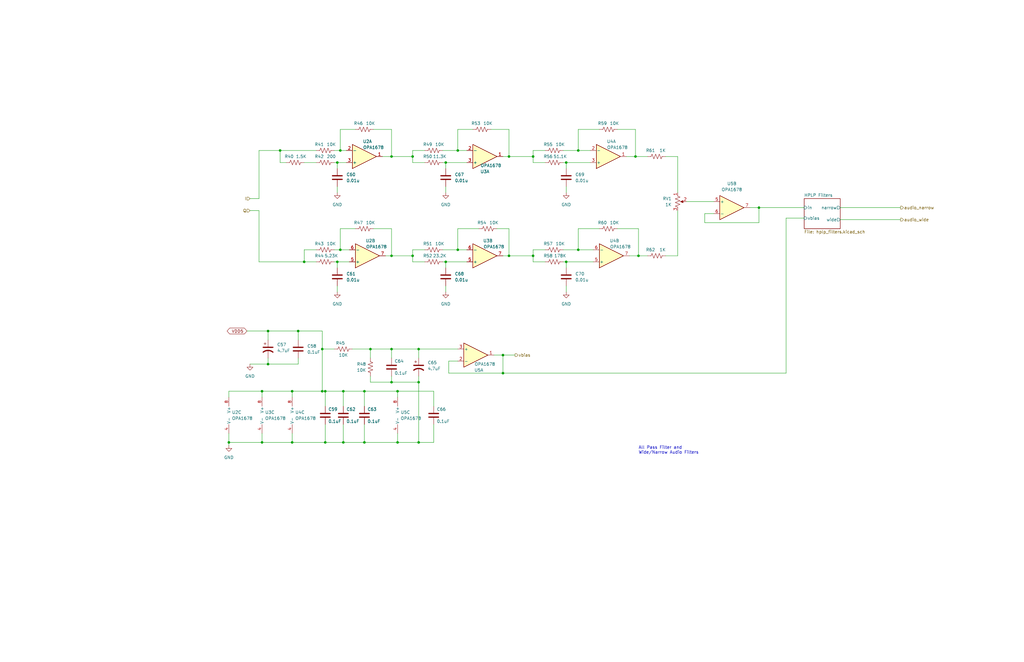
<source format=kicad_sch>
(kicad_sch (version 20230121) (generator eeschema)
  (paper "B")
  (lib_symbols
    (symbol "Amplifier_Operational:OPA1678" (pin_names (offset 0.127))
      (property "Reference" "U" (at 0 5.08 0))
      (property "Value" "OPA1678" (at 0 -5.08 0))
      (symbol "OPA1678_1_1"
        (polyline (pts (xy -5.08 5.08) (xy 5.08 0) (xy -5.08 -5.08) (xy -5.08 5.08)) (stroke (width 0.254)) (fill (type background)))
        (pin output line (at 7.62 0 180) (length 2.54) (name "~") (number "1"))
        (pin input line (at -7.62 -2.54 0) (length 2.54) (name "-") (number "2"))
        (pin input line (at -7.62 2.54 0) (length 2.54) (name "+") (number "3"))
      )
      (symbol "OPA1678_2_1"
        (polyline (pts (xy -5.08 5.08) (xy 5.08 0) (xy -5.08 -5.08) (xy -5.08 5.08)) (stroke (width 0.254)) (fill (type background)))
        (pin input line (at -7.62 2.54 0) (length 2.54) (name "+") (number "5"))
        (pin input line (at -7.62 -2.54 0) (length 2.54) (name "-") (number "6"))
        (pin output line (at 7.62 0 180) (length 2.54) (name "~") (number "7"))
      )
      (symbol "OPA1678_3_1"
        (pin power_in line (at -2.54 -7.62 90) (length 3.81) (name "V-") (number "4"))
        (pin power_in line (at -2.54 7.62 270) (length 3.81) (name "V+") (number "8"))
      )
    )
    (symbol "Device:C" (pin_numbers hide) (pin_names (offset 0.254))
      (property "Reference" "C" (at 0.635 2.54 0))
      (property "Value" "C" (at 0.635 -2.54 0))
      (symbol "C_0_1"
        (polyline (pts (xy -2.032 -0.762) (xy 2.032 -0.762)) (stroke (width 0.508)))
        (polyline (pts (xy -2.032 0.762) (xy 2.032 0.762)) (stroke (width 0.508)))
      )
      (symbol "C_1_1"
        (pin passive line (at 0 3.81 270) (length 2.794) (name "~") (number "1"))
        (pin passive line (at 0 -3.81 90) (length 2.794) (name "~") (number "2"))
      )
    )
    (symbol "Device:C_Polarized_US" (pin_numbers hide) (pin_names (offset 0.254) hide)
      (property "Reference" "C" (at 0.635 2.54 0))
      (property "Value" "C_Polarized_US" (at 0.635 -2.54 0))
      (symbol "C_Polarized_US_0_1"
        (polyline (pts (xy -2.032 0.762) (xy 2.032 0.762)) (stroke (width 0.508)))
        (polyline (pts (xy -1.778 2.286) (xy -0.762 2.286)))
        (polyline (pts (xy -1.27 1.778) (xy -1.27 2.794)))
        (arc (start 2.032 -1.27) (mid 0 -0.5572) (end -2.032 -1.27) (stroke (width 0.508)))
      )
      (symbol "C_Polarized_US_1_1"
        (pin passive line (at 0 3.81 270) (length 2.794) (name "~") (number "1"))
        (pin passive line (at 0 -3.81 90) (length 3.302) (name "~") (number "2"))
      )
    )
    (symbol "Device:R_Potentiometer_US" (pin_names (offset 1.016) hide)
      (property "Reference" "RV" (at -4.445 0 90))
      (property "Value" "R_Potentiometer_US" (at -2.54 0 90))
      (symbol "R_Potentiometer_US_0_1"
        (polyline (pts (xy 0 -2.286) (xy 0 -2.54)))
        (polyline (pts (xy 0 2.54) (xy 0 2.286)))
        (polyline (pts (xy 2.54 0) (xy 1.524 0)))
        (polyline (pts (xy 1.143 0) (xy 2.286 0.508) (xy 2.286 -0.508) (xy 1.143 0)) (fill (type outline)))
        (polyline (pts (xy 0 -0.762) (xy 1.016 -1.143) (xy 0 -1.524) (xy -1.016 -1.905) (xy 0 -2.286)))
        (polyline (pts (xy 0 0.762) (xy 1.016 0.381) (xy 0 0) (xy -1.016 -0.381) (xy 0 -0.762)))
        (polyline (pts (xy 0 2.286) (xy 1.016 1.905) (xy 0 1.524) (xy -1.016 1.143) (xy 0 0.762)))
      )
      (symbol "R_Potentiometer_US_1_1"
        (pin passive line (at 0 3.81 270) (length 1.27) (name "1") (number "1"))
        (pin passive line (at 3.81 0 180) (length 1.27) (name "2") (number "2"))
        (pin passive line (at 0 -3.81 90) (length 1.27) (name "3") (number "3"))
      )
    )
    (symbol "Device:R_US" (pin_numbers hide) (pin_names (offset 0))
      (property "Reference" "R" (at 2.54 0 90))
      (property "Value" "R_US" (at -2.54 0 90))
      (symbol "R_US_0_1"
        (polyline (pts (xy 0 -2.286) (xy 0 -2.54)))
        (polyline (pts (xy 0 2.286) (xy 0 2.54)))
        (polyline (pts (xy 0 -0.762) (xy 1.016 -1.143) (xy 0 -1.524) (xy -1.016 -1.905) (xy 0 -2.286)))
        (polyline (pts (xy 0 0.762) (xy 1.016 0.381) (xy 0 0) (xy -1.016 -0.381) (xy 0 -0.762)))
        (polyline (pts (xy 0 2.286) (xy 1.016 1.905) (xy 0 1.524) (xy -1.016 1.143) (xy 0 0.762)))
      )
      (symbol "R_US_1_1"
        (pin passive line (at 0 3.81 270) (length 1.27) (name "~") (number "1"))
        (pin passive line (at 0 -3.81 90) (length 1.27) (name "~") (number "2"))
      )
    )
    (symbol "power:GND" (power) (pin_names (offset 0))
      (property "Value" "GND" (at 0 -3.81 0))
      (symbol "GND_0_1"
        (polyline (pts (xy 0 0) (xy 0 -1.27) (xy 1.27 -1.27) (xy 0 -2.54) (xy -1.27 -1.27) (xy 0 -1.27)))
      )
      (symbol "GND_1_1"
        (pin power_in line (at 0 0 270) (length 0) hide (name "GND") (number "1"))
      )
    )
  )
  (junction (at 214.63 107.95))
  (junction (at 143.51 63.5))
  (junction (at 153.67 165.1))
  (junction (at 135.89 165.1))
  (junction (at 125.73 139.7))
  (junction (at 214.63 66.04))
  (junction (at 212.09 157.48))
  (junction (at 113.03 153.67))
  (junction (at 269.24 107.95))
  (junction (at 165.1 147.32))
  (junction (at 193.04 105.41))
  (junction (at 142.24 68.58))
  (junction (at 165.1 107.95))
  (junction (at 118.11 63.5))
  (junction (at 238.76 110.49))
  (junction (at 142.24 110.49))
  (junction (at 113.03 139.7))
  (junction (at 144.78 186.69))
  (junction (at 176.53 147.32))
  (junction (at 123.19 186.69))
  (junction (at 143.51 105.41))
  (junction (at 212.09 149.86))
  (junction (at 110.49 186.69))
  (junction (at 144.78 165.1))
  (junction (at 193.04 63.5))
  (junction (at 110.49 165.1))
  (junction (at 238.76 68.58))
  (junction (at 167.64 165.1))
  (junction (at 167.64 186.69))
  (junction (at 137.16 186.69))
  (junction (at 224.79 66.04))
  (junction (at 267.97 66.04))
  (junction (at 187.96 110.49))
  (junction (at 137.16 165.1))
  (junction (at 128.27 110.49))
  (junction (at 176.53 186.69))
  (junction (at 135.89 147.32))
  (junction (at 165.1 66.04))
  (junction (at 224.79 107.95))
  (junction (at 187.96 68.58))
  (junction (at 243.84 105.41))
  (junction (at 153.67 186.69))
  (junction (at 123.19 165.1))
  (junction (at 320.04 87.63))
  (junction (at 173.99 66.04))
  (junction (at 165.1 161.29))
  (junction (at 243.84 63.5))
  (junction (at 156.21 147.32))
  (junction (at 176.53 161.29))
  (junction (at 96.52 186.69))
  (junction (at 173.99 107.95))
  (wire (pts (xy 214.63 96.52) (xy 214.63 107.95)))
  (wire (pts (xy 173.99 68.58) (xy 179.07 68.58)))
  (wire (pts (xy 237.49 63.5) (xy 243.84 63.5)))
  (wire (pts (xy 157.48 96.52) (xy 165.1 96.52)))
  (wire (pts (xy 265.43 107.95) (xy 269.24 107.95)))
  (wire (pts (xy 331.47 157.48) (xy 212.09 157.48)))
  (wire (pts (xy 165.1 161.29) (xy 176.53 161.29)))
  (wire (pts (xy 186.69 110.49) (xy 187.96 110.49)))
  (wire (pts (xy 110.49 186.69) (xy 96.52 186.69)))
  (wire (pts (xy 243.84 105.41) (xy 250.19 105.41)))
  (wire (pts (xy 280.67 66.04) (xy 285.75 66.04)))
  (wire (pts (xy 243.84 54.61) (xy 252.73 54.61)))
  (wire (pts (xy 187.96 68.58) (xy 196.85 68.58)))
  (wire (pts (xy 297.18 90.17) (xy 297.18 93.98)))
  (wire (pts (xy 110.49 165.1) (xy 123.19 165.1)))
  (wire (pts (xy 113.03 151.13) (xy 113.03 153.67)))
  (wire (pts (xy 135.89 165.1) (xy 137.16 165.1)))
  (wire (pts (xy 260.35 96.52) (xy 269.24 96.52)))
  (wire (pts (xy 193.04 63.5) (xy 196.85 63.5)))
  (wire (pts (xy 144.78 179.07) (xy 144.78 186.69)))
  (wire (pts (xy 214.63 107.95) (xy 212.09 107.95)))
  (wire (pts (xy 212.09 157.48) (xy 212.09 149.86)))
  (wire (pts (xy 173.99 110.49) (xy 179.07 110.49)))
  (wire (pts (xy 110.49 182.88) (xy 110.49 186.69)))
  (wire (pts (xy 137.16 179.07) (xy 137.16 186.69)))
  (wire (pts (xy 297.18 93.98) (xy 320.04 93.98)))
  (wire (pts (xy 143.51 54.61) (xy 143.51 63.5)))
  (wire (pts (xy 128.27 105.41) (xy 133.35 105.41)))
  (wire (pts (xy 176.53 161.29) (xy 176.53 186.69)))
  (wire (pts (xy 105.41 88.9) (xy 109.22 88.9)))
  (wire (pts (xy 193.04 152.4) (xy 189.23 152.4)))
  (wire (pts (xy 135.89 147.32) (xy 140.97 147.32)))
  (wire (pts (xy 140.97 63.5) (xy 143.51 63.5)))
  (wire (pts (xy 142.24 68.58) (xy 142.24 71.12)))
  (wire (pts (xy 157.48 54.61) (xy 165.1 54.61)))
  (wire (pts (xy 199.39 54.61) (xy 193.04 54.61)))
  (wire (pts (xy 320.04 87.63) (xy 316.23 87.63)))
  (wire (pts (xy 260.35 54.61) (xy 267.97 54.61)))
  (wire (pts (xy 109.22 63.5) (xy 118.11 63.5)))
  (wire (pts (xy 238.76 120.65) (xy 238.76 123.19)))
  (wire (pts (xy 173.99 63.5) (xy 179.07 63.5)))
  (wire (pts (xy 153.67 165.1) (xy 153.67 171.45)))
  (wire (pts (xy 125.73 139.7) (xy 135.89 139.7)))
  (wire (pts (xy 162.56 107.95) (xy 165.1 107.95)))
  (wire (pts (xy 285.75 107.95) (xy 285.75 88.9)))
  (wire (pts (xy 142.24 110.49) (xy 147.32 110.49)))
  (wire (pts (xy 118.11 63.5) (xy 133.35 63.5)))
  (wire (pts (xy 173.99 105.41) (xy 179.07 105.41)))
  (wire (pts (xy 224.79 63.5) (xy 224.79 66.04)))
  (wire (pts (xy 189.23 152.4) (xy 189.23 157.48)))
  (wire (pts (xy 105.41 83.82) (xy 109.22 83.82)))
  (wire (pts (xy 238.76 68.58) (xy 248.92 68.58)))
  (wire (pts (xy 96.52 186.69) (xy 96.52 187.96)))
  (wire (pts (xy 149.86 96.52) (xy 143.51 96.52)))
  (wire (pts (xy 269.24 107.95) (xy 269.24 96.52)))
  (wire (pts (xy 137.16 165.1) (xy 144.78 165.1)))
  (wire (pts (xy 243.84 96.52) (xy 243.84 105.41)))
  (wire (pts (xy 123.19 182.88) (xy 123.19 186.69)))
  (wire (pts (xy 144.78 165.1) (xy 144.78 171.45)))
  (wire (pts (xy 193.04 105.41) (xy 196.85 105.41)))
  (wire (pts (xy 143.51 105.41) (xy 147.32 105.41)))
  (wire (pts (xy 224.79 105.41) (xy 229.87 105.41)))
  (wire (pts (xy 125.73 139.7) (xy 125.73 143.51)))
  (wire (pts (xy 123.19 186.69) (xy 110.49 186.69)))
  (wire (pts (xy 96.52 165.1) (xy 110.49 165.1)))
  (wire (pts (xy 320.04 93.98) (xy 320.04 87.63)))
  (wire (pts (xy 165.1 54.61) (xy 165.1 66.04)))
  (wire (pts (xy 128.27 110.49) (xy 133.35 110.49)))
  (wire (pts (xy 176.53 147.32) (xy 193.04 147.32)))
  (wire (pts (xy 144.78 165.1) (xy 153.67 165.1)))
  (wire (pts (xy 142.24 68.58) (xy 146.05 68.58)))
  (wire (pts (xy 104.14 139.7) (xy 113.03 139.7)))
  (wire (pts (xy 238.76 110.49) (xy 238.76 113.03)))
  (wire (pts (xy 176.53 147.32) (xy 176.53 151.13)))
  (wire (pts (xy 173.99 66.04) (xy 173.99 68.58)))
  (wire (pts (xy 331.47 92.075) (xy 331.47 157.48)))
  (wire (pts (xy 173.99 105.41) (xy 173.99 107.95)))
  (wire (pts (xy 109.22 110.49) (xy 128.27 110.49)))
  (wire (pts (xy 224.79 63.5) (xy 229.87 63.5)))
  (wire (pts (xy 237.49 68.58) (xy 238.76 68.58)))
  (wire (pts (xy 165.1 66.04) (xy 173.99 66.04)))
  (wire (pts (xy 354.33 92.71) (xy 379.73 92.71)))
  (wire (pts (xy 193.04 96.52) (xy 201.93 96.52)))
  (wire (pts (xy 207.01 54.61) (xy 214.63 54.61)))
  (wire (pts (xy 140.97 105.41) (xy 143.51 105.41)))
  (wire (pts (xy 186.69 105.41) (xy 193.04 105.41)))
  (wire (pts (xy 153.67 179.07) (xy 153.67 186.69)))
  (wire (pts (xy 224.79 105.41) (xy 224.79 107.95)))
  (wire (pts (xy 165.1 107.95) (xy 173.99 107.95)))
  (wire (pts (xy 238.76 78.74) (xy 238.76 81.28)))
  (wire (pts (xy 143.51 63.5) (xy 146.05 63.5)))
  (wire (pts (xy 187.96 110.49) (xy 187.96 113.03)))
  (wire (pts (xy 113.03 139.7) (xy 125.73 139.7)))
  (wire (pts (xy 187.96 120.65) (xy 187.96 123.19)))
  (wire (pts (xy 212.09 149.86) (xy 217.17 149.86)))
  (wire (pts (xy 187.96 110.49) (xy 196.85 110.49)))
  (wire (pts (xy 214.63 54.61) (xy 214.63 66.04)))
  (wire (pts (xy 128.27 105.41) (xy 128.27 110.49)))
  (wire (pts (xy 212.09 149.86) (xy 208.28 149.86)))
  (wire (pts (xy 120.65 68.58) (xy 118.11 68.58)))
  (wire (pts (xy 156.21 147.32) (xy 156.21 151.13)))
  (wire (pts (xy 123.19 165.1) (xy 135.89 165.1)))
  (wire (pts (xy 125.73 151.13) (xy 125.73 153.67)))
  (wire (pts (xy 214.63 107.95) (xy 224.79 107.95)))
  (wire (pts (xy 137.16 186.69) (xy 144.78 186.69)))
  (wire (pts (xy 238.76 68.58) (xy 238.76 71.12)))
  (wire (pts (xy 137.16 165.1) (xy 137.16 171.45)))
  (wire (pts (xy 156.21 147.32) (xy 165.1 147.32)))
  (wire (pts (xy 354.33 87.63) (xy 379.73 87.63)))
  (wire (pts (xy 193.04 54.61) (xy 193.04 63.5)))
  (wire (pts (xy 167.64 182.88) (xy 167.64 186.69)))
  (wire (pts (xy 113.03 153.67) (xy 105.41 153.67)))
  (wire (pts (xy 173.99 63.5) (xy 173.99 66.04)))
  (wire (pts (xy 238.76 110.49) (xy 250.19 110.49)))
  (wire (pts (xy 214.63 66.04) (xy 212.09 66.04)))
  (wire (pts (xy 167.64 165.1) (xy 153.67 165.1)))
  (wire (pts (xy 165.1 147.32) (xy 165.1 151.13)))
  (wire (pts (xy 165.1 107.95) (xy 165.1 96.52)))
  (wire (pts (xy 144.78 186.69) (xy 153.67 186.69)))
  (wire (pts (xy 113.03 139.7) (xy 113.03 143.51)))
  (wire (pts (xy 149.86 54.61) (xy 143.51 54.61)))
  (wire (pts (xy 128.27 68.58) (xy 133.35 68.58)))
  (wire (pts (xy 165.1 158.75) (xy 165.1 161.29)))
  (wire (pts (xy 320.04 87.63) (xy 339.09 87.63)))
  (wire (pts (xy 165.1 66.04) (xy 161.29 66.04)))
  (wire (pts (xy 189.23 157.48) (xy 212.09 157.48)))
  (wire (pts (xy 165.1 147.32) (xy 176.53 147.32)))
  (wire (pts (xy 224.79 110.49) (xy 229.87 110.49)))
  (wire (pts (xy 123.19 186.69) (xy 137.16 186.69)))
  (wire (pts (xy 156.21 161.29) (xy 165.1 161.29)))
  (wire (pts (xy 264.16 66.04) (xy 267.97 66.04)))
  (wire (pts (xy 237.49 110.49) (xy 238.76 110.49)))
  (wire (pts (xy 224.79 107.95) (xy 224.79 110.49)))
  (wire (pts (xy 186.69 63.5) (xy 193.04 63.5)))
  (wire (pts (xy 109.22 88.9) (xy 109.22 110.49)))
  (wire (pts (xy 224.79 68.58) (xy 229.87 68.58)))
  (wire (pts (xy 142.24 120.65) (xy 142.24 123.19)))
  (wire (pts (xy 142.24 78.74) (xy 142.24 81.28)))
  (wire (pts (xy 339.09 92.075) (xy 331.47 92.075)))
  (wire (pts (xy 237.49 105.41) (xy 243.84 105.41)))
  (wire (pts (xy 243.84 54.61) (xy 243.84 63.5)))
  (wire (pts (xy 140.97 110.49) (xy 142.24 110.49)))
  (wire (pts (xy 267.97 66.04) (xy 273.05 66.04)))
  (wire (pts (xy 156.21 158.75) (xy 156.21 161.29)))
  (wire (pts (xy 300.99 90.17) (xy 297.18 90.17)))
  (wire (pts (xy 176.53 158.75) (xy 176.53 161.29)))
  (wire (pts (xy 187.96 68.58) (xy 187.96 71.12)))
  (wire (pts (xy 267.97 66.04) (xy 267.97 54.61)))
  (wire (pts (xy 182.88 165.1) (xy 167.64 165.1)))
  (wire (pts (xy 167.64 186.69) (xy 153.67 186.69)))
  (wire (pts (xy 182.88 179.07) (xy 182.88 186.69)))
  (wire (pts (xy 142.24 110.49) (xy 142.24 113.03)))
  (wire (pts (xy 135.89 139.7) (xy 135.89 147.32)))
  (wire (pts (xy 143.51 96.52) (xy 143.51 105.41)))
  (wire (pts (xy 123.19 165.1) (xy 123.19 167.64)))
  (wire (pts (xy 182.88 171.45) (xy 182.88 165.1)))
  (wire (pts (xy 182.88 186.69) (xy 176.53 186.69)))
  (wire (pts (xy 110.49 165.1) (xy 110.49 167.64)))
  (wire (pts (xy 125.73 153.67) (xy 113.03 153.67)))
  (wire (pts (xy 209.55 96.52) (xy 214.63 96.52)))
  (wire (pts (xy 285.75 66.04) (xy 285.75 81.28)))
  (wire (pts (xy 173.99 107.95) (xy 173.99 110.49)))
  (wire (pts (xy 187.96 78.74) (xy 187.96 81.28)))
  (wire (pts (xy 193.04 96.52) (xy 193.04 105.41)))
  (wire (pts (xy 224.79 66.04) (xy 224.79 68.58)))
  (wire (pts (xy 118.11 68.58) (xy 118.11 63.5)))
  (wire (pts (xy 140.97 68.58) (xy 142.24 68.58)))
  (wire (pts (xy 96.52 182.88) (xy 96.52 186.69)))
  (wire (pts (xy 176.53 186.69) (xy 167.64 186.69)))
  (wire (pts (xy 289.56 85.09) (xy 300.99 85.09)))
  (wire (pts (xy 243.84 96.52) (xy 252.73 96.52)))
  (wire (pts (xy 96.52 167.64) (xy 96.52 165.1)))
  (wire (pts (xy 214.63 66.04) (xy 224.79 66.04)))
  (wire (pts (xy 167.64 167.64) (xy 167.64 165.1)))
  (wire (pts (xy 109.22 83.82) (xy 109.22 63.5)))
  (wire (pts (xy 280.67 107.95) (xy 285.75 107.95)))
  (wire (pts (xy 269.24 107.95) (xy 273.05 107.95)))
  (wire (pts (xy 135.89 147.32) (xy 135.89 165.1)))
  (wire (pts (xy 186.69 68.58) (xy 187.96 68.58)))
  (wire (pts (xy 243.84 63.5) (xy 248.92 63.5)))
  (wire (pts (xy 148.59 147.32) (xy 156.21 147.32)))
  (text "All Pass Filter and\nWide/Narrow Audio Filters" (at 269.24 191.77 0) (effects (font (size 1.27 1.27)) (justify left bottom)))
  (global_label "VDD5" (shape bidirectional) (at 104.14 139.7 180) (property "Intersheetrefs" "${INTERSHEET_REFS}" (at 95.5263 139.7 0) (effects (justify right))))
  (hierarchical_label "audio_wide" (shape output) (at 379.73 92.71 0))
  (hierarchical_label "Q" (shape input) (at 105.41 88.9 180))
  (hierarchical_label "vbias" (shape output) (at 217.17 149.86 0))
  (hierarchical_label "I" (shape input) (at 105.41 83.82 180))
  (hierarchical_label "audio_narrow" (shape output) (at 379.73 87.63 0))
  (symbol (lib_id "Device:C") (at 187.96 116.84 0) (unit 1)
    (property "Reference" "C68" (at 191.77 115.5699 0) (effects (justify left)))
    (property "Value" "0.01u" (at 191.77 118.1099 0) (effects (justify left)))
    (property "Footprint" "Capacitor_SMD:C_0603_1608Metric_Pad1.08x0.95mm_HandSolder" (effects hide))
    (instances (project "fieldRadio" (path "" (reference "C68") (unit 1))) (project "" (path "" (reference "C12") (unit 1))))
  )
  (symbol (lib_id "Amplifier_Operational:OPA1678") (at 308.61 87.63 0) (unit 2)
    (property "Reference" "U5" (at 308.61 77.47 0))
    (property "Value" "OPA1678" (at 308.61 80.01 0))
    (property "Footprint" "Package_SO:SOIC-8_3.9x4.9mm_P1.27mm" (effects hide))
    (property "Datasheet" "http://www.ti.com/lit/ds/symlink/opa1678.pdf" (effects hide))
    (instances (project "fieldRadio" (path "" (reference "U5") (unit 2))) (project "" (path "" (reference "U4") (unit 2))))
  )
  (symbol (lib_id "Device:R_US") (at 276.86 66.04 90) (unit 1)
    (property "Reference" "R61" (at 274.32 63.5 90))
    (property "Value" "1K" (at 279.4 63.5 90))
    (property "Footprint" "Resistor_SMD:R_0603_1608Metric_Pad0.98x0.95mm_HandSolder" (effects hide))
    (instances (project "fieldRadio" (path "" (reference "R61") (unit 1))) (project "" (path "" (reference "R22") (unit 1))))
  )
  (symbol (lib_id "power:GND") (at 142.24 123.19 0) (unit 1)
    (property "Reference" "#PWR023" (effects hide))
    (property "Value" "GND" (at 142.24 128.27 0))
    (instances (project "fieldRadio" (path "" (reference "#PWR023") (unit 1))) (project "" (path "" (reference "#PWR05") (unit 1))))
  )
  (symbol (lib_id "power:GND") (at 187.96 123.19 0) (unit 1)
    (property "Reference" "#PWR025" (effects hide))
    (property "Value" "GND" (at 187.96 128.27 0))
    (instances (project "fieldRadio" (path "" (reference "#PWR025") (unit 1))) (project "" (path "" (reference "#PWR07") (unit 1))))
  )
  (symbol (lib_id "Device:R_US") (at 203.2 54.61 90) (unit 1)
    (property "Reference" "R53" (at 200.66 52.07 90))
    (property "Value" "10K" (at 205.74 52.07 90))
    (property "Footprint" "Resistor_SMD:R_0603_1608Metric_Pad0.98x0.95mm_HandSolder" (effects hide))
    (instances (project "fieldRadio" (path "" (reference "R53") (unit 1))) (project "" (path "" (reference "R14") (unit 1))))
  )
  (symbol (lib_id "Amplifier_Operational:OPA1678") (at 113.03 175.26 0) (unit 3)
    (property "Reference" "U3" (at 111.76 173.9899 0) (effects (justify left)))
    (property "Value" "OPA1678" (at 111.76 176.5299 0) (effects (justify left)))
    (property "Datasheet" "http://www.ti.com/lit/ds/symlink/opa1678.pdf" (effects hide))
    (instances (project "fieldRadio" (path "" (reference "U3") (unit 3))) (project "" (path "" (reference "U2") (unit 3))))
  )
  (symbol (lib_id "Device:C") (at 142.24 74.93 0) (unit 1)
    (property "Reference" "C60" (at 146.05 73.6599 0) (effects (justify left)))
    (property "Value" "0.01u" (at 146.05 76.1999 0) (effects (justify left)))
    (property "Footprint" "Capacitor_SMD:C_0603_1608Metric_Pad1.08x0.95mm_HandSolder" (effects hide))
    (instances (project "fieldRadio" (path "" (reference "C60") (unit 1))) (project "" (path "" (reference "C4") (unit 1))))
  )
  (symbol (lib_id "Device:R_Potentiometer_US") (at 285.75 85.09 0) (unit 1)
    (property "Reference" "RV1" (at 283.21 83.8199 0) (effects (justify right)))
    (property "Value" "1K" (at 283.21 86.3599 0) (effects (justify right)))
    (property "Footprint" "Potentiometer_THT:Potentiometer_Bourns_3296W_Vertical" (effects hide))
  )
  (symbol (lib_id "Amplifier_Operational:OPA1678") (at 170.18 175.26 0) (unit 3)
    (property "Reference" "U5" (at 168.91 173.9899 0) (effects (justify left)))
    (property "Value" "OPA1678" (at 168.91 176.5299 0) (effects (justify left)))
    (property "Datasheet" "http://www.ti.com/lit/ds/symlink/opa1678.pdf" (effects hide))
    (instances (project "fieldRadio" (path "" (reference "U5") (unit 3))) (project "" (path "" (reference "U4") (unit 3))))
  )
  (symbol (lib_id "Amplifier_Operational:OPA1678") (at 99.06 175.26 0) (unit 3)
    (property "Reference" "U2" (at 97.79 173.9899 0) (effects (justify left)))
    (property "Value" "OPA1678" (at 97.79 176.5299 0) (effects (justify left)))
    (property "Datasheet" "http://www.ti.com/lit/ds/symlink/opa1678.pdf" (effects hide))
    (instances (project "fieldRadio" (path "" (reference "U2") (unit 3))) (project "" (path "" (reference "U1") (unit 3))))
  )
  (symbol (lib_id "Amplifier_Operational:OPA1678") (at 154.94 107.95 0) (mirror x) (unit 2)
    (property "Reference" "U2" (at 156.21 101.6 0))
    (property "Value" "OPA1678" (at 158.75 104.14 0))
    (property "Footprint" "Package_SO:SOIC-8_3.9x4.9mm_P1.27mm" (effects hide))
    (property "Datasheet" "http://www.ti.com/lit/ds/symlink/opa1678.pdf" (effects hide))
    (instances (project "fieldRadio" (path "" (reference "U2") (unit 2))) (project "" (path "" (reference "U1") (unit 2))))
  )
  (symbol (lib_id "Amplifier_Operational:OPA1678") (at 256.54 66.04 0) (mirror x) (unit 1)
    (property "Reference" "U4" (at 257.81 59.69 0))
    (property "Value" "OPA1678" (at 260.35 62.23 0))
    (property "Footprint" "Package_SO:SOIC-8_3.9x4.9mm_P1.27mm" (effects hide))
    (property "Datasheet" "http://www.ti.com/lit/ds/symlink/opa1678.pdf" (effects hide))
    (instances (project "fieldRadio" (path "" (reference "U4") (unit 1))) (project "" (path "" (reference "U3") (unit 1))))
  )
  (symbol (lib_id "Device:C") (at 125.73 147.32 0) (unit 1)
    (property "Reference" "C58" (at 129.54 146.0499 0) (effects (justify left)))
    (property "Value" "0.1uF" (at 129.54 148.5899 0) (effects (justify left)))
    (property "Footprint" "Capacitor_SMD:C_0603_1608Metric_Pad1.08x0.95mm_HandSolder" (effects hide))
    (instances (project "fieldRadio" (path "" (reference "C58") (unit 1))) (project "" (path "" (reference "C2") (unit 1))))
  )
  (symbol (lib_id "Amplifier_Operational:OPA1678") (at 125.73 175.26 0) (unit 3)
    (property "Reference" "U4" (at 124.46 173.9899 0) (effects (justify left)))
    (property "Value" "OPA1678" (at 124.46 176.5299 0) (effects (justify left)))
    (property "Datasheet" "http://www.ti.com/lit/ds/symlink/opa1678.pdf" (effects hide))
    (instances (project "fieldRadio" (path "" (reference "U4") (unit 3))) (project "" (path "" (reference "U3") (unit 3))))
  )
  (symbol (lib_id "Device:R_US") (at 182.88 105.41 90) (unit 1)
    (property "Reference" "R51" (at 180.34 102.87 90))
    (property "Value" "10K" (at 185.42 102.87 90))
    (property "Footprint" "Resistor_SMD:R_0603_1608Metric_Pad0.98x0.95mm_HandSolder" (effects hide))
    (instances (project "fieldRadio" (path "" (reference "R51") (unit 1))) (project "" (path "" (reference "R12") (unit 1))))
  )
  (symbol (lib_id "Device:R_US") (at 137.16 63.5 90) (unit 1)
    (property "Reference" "R41" (at 134.62 60.96 90))
    (property "Value" "10K" (at 139.7 60.96 90))
    (property "Footprint" "Resistor_SMD:R_0603_1608Metric_Pad0.98x0.95mm_HandSolder" (effects hide))
    (instances (project "fieldRadio" (path "" (reference "R41") (unit 1))) (project "" (path "" (reference "R2") (unit 1))))
  )
  (symbol (lib_id "Device:R_US") (at 137.16 110.49 90) (unit 1)
    (property "Reference" "R44" (at 134.62 107.95 90))
    (property "Value" "5.23K" (at 139.7 107.95 90))
    (property "Footprint" "Resistor_SMD:R_0603_1608Metric_Pad0.98x0.95mm_HandSolder" (effects hide))
    (instances (project "fieldRadio" (path "" (reference "R44") (unit 1))) (project "" (path "" (reference "R5") (unit 1))))
  )
  (symbol (lib_id "Device:C") (at 153.67 175.26 0) (unit 1)
    (property "Reference" "C63" (at 154.94 172.72 0) (effects (justify left)))
    (property "Value" "0.1uF" (at 154.94 177.8 0) (effects (justify left)))
    (property "Footprint" "Capacitor_SMD:C_0603_1608Metric_Pad1.08x0.95mm_HandSolder" (effects hide))
    (instances (project "fieldRadio" (path "" (reference "C63") (unit 1))) (project "" (path "" (reference "C7") (unit 1))))
  )
  (symbol (lib_id "Device:C") (at 137.16 175.26 0) (unit 1)
    (property "Reference" "C59" (at 138.43 172.72 0) (effects (justify left)))
    (property "Value" "0.1uF" (at 138.43 177.8 0) (effects (justify left)))
    (property "Footprint" "Capacitor_SMD:C_0603_1608Metric_Pad1.08x0.95mm_HandSolder" (effects hide))
    (instances (project "fieldRadio" (path "" (reference "C59") (unit 1))) (project "" (path "" (reference "C3") (unit 1))))
  )
  (symbol (lib_id "Device:R_US") (at 233.68 68.58 90) (unit 1)
    (property "Reference" "R56" (at 231.14 66.04 90))
    (property "Value" "51.1K" (at 236.22 66.04 90))
    (property "Footprint" "Resistor_SMD:R_0603_1608Metric_Pad0.98x0.95mm_HandSolder" (effects hide))
    (instances (project "fieldRadio" (path "" (reference "R56") (unit 1))) (project "" (path "" (reference "R17") (unit 1))))
  )
  (symbol (lib_id "Device:C") (at 187.96 74.93 0) (unit 1)
    (property "Reference" "C67" (at 191.77 73.6599 0) (effects (justify left)))
    (property "Value" "0.01u" (at 191.77 76.1999 0) (effects (justify left)))
    (property "Footprint" "Capacitor_SMD:C_0603_1608Metric_Pad1.08x0.95mm_HandSolder" (effects hide))
    (instances (project "fieldRadio" (path "" (reference "C67") (unit 1))) (project "" (path "" (reference "C11") (unit 1))))
  )
  (symbol (lib_id "Amplifier_Operational:OPA1678") (at 153.67 66.04 0) (mirror x) (unit 1)
    (property "Reference" "U2" (at 154.94 59.69 0))
    (property "Value" "OPA1678" (at 157.48 62.23 0))
    (property "Footprint" "Package_SO:SOIC-8_3.9x4.9mm_P1.27mm" (effects hide))
    (property "Datasheet" "http://www.ti.com/lit/ds/symlink/opa1678.pdf" (effects hide))
    (instances (project "fieldRadio" (path "" (reference "U2") (unit 1))) (project "" (path "" (reference "U1") (unit 1))))
  )
  (symbol (lib_id "Device:C") (at 142.24 116.84 0) (unit 1)
    (property "Reference" "C61" (at 146.05 115.5699 0) (effects (justify left)))
    (property "Value" "0.01u" (at 146.05 118.1099 0) (effects (justify left)))
    (property "Footprint" "Capacitor_SMD:C_0603_1608Metric_Pad1.08x0.95mm_HandSolder" (effects hide))
    (instances (project "fieldRadio" (path "" (reference "C61") (unit 1))) (project "" (path "" (reference "C5") (unit 1))))
  )
  (symbol (lib_id "power:GND") (at 238.76 123.19 0) (unit 1)
    (property "Reference" "#PWR027" (effects hide))
    (property "Value" "GND" (at 238.76 128.27 0))
    (instances (project "fieldRadio" (path "" (reference "#PWR027") (unit 1))) (project "" (path "" (reference "#PWR09") (unit 1))))
  )
  (symbol (lib_id "Device:R_US") (at 153.67 54.61 90) (unit 1)
    (property "Reference" "R46" (at 151.13 52.07 90))
    (property "Value" "10K" (at 156.21 52.07 90))
    (property "Footprint" "Resistor_SMD:R_0603_1608Metric_Pad0.98x0.95mm_HandSolder" (effects hide))
    (instances (project "fieldRadio" (path "" (reference "R46") (unit 1))) (project "" (path "" (reference "R7") (unit 1))))
  )
  (symbol (lib_id "Device:R_US") (at 182.88 63.5 90) (unit 1)
    (property "Reference" "R49" (at 180.34 60.96 90))
    (property "Value" "10K" (at 185.42 60.96 90))
    (property "Footprint" "Resistor_SMD:R_0603_1608Metric_Pad0.98x0.95mm_HandSolder" (effects hide))
    (instances (project "fieldRadio" (path "" (reference "R49") (unit 1))) (project "" (path "" (reference "R10") (unit 1))))
  )
  (symbol (lib_id "power:GND") (at 142.24 81.28 0) (unit 1)
    (property "Reference" "#PWR022" (effects hide))
    (property "Value" "GND" (at 142.24 86.36 0))
    (instances (project "fieldRadio" (path "" (reference "#PWR022") (unit 1))) (project "" (path "" (reference "#PWR04") (unit 1))))
  )
  (symbol (lib_id "Amplifier_Operational:OPA1678") (at 204.47 107.95 0) (mirror x) (unit 2)
    (property "Reference" "U3" (at 205.74 101.6 0))
    (property "Value" "OPA1678" (at 208.28 104.14 0))
    (property "Footprint" "Package_SO:SOIC-8_3.9x4.9mm_P1.27mm" (effects hide))
    (property "Datasheet" "http://www.ti.com/lit/ds/symlink/opa1678.pdf" (effects hide))
    (instances (project "fieldRadio" (path "" (reference "U3") (unit 2))) (project "" (path "" (reference "U2") (unit 2))))
  )
  (symbol (lib_id "Device:C") (at 144.78 175.26 0) (unit 1)
    (property "Reference" "C62" (at 146.05 172.72 0) (effects (justify left)))
    (property "Value" "0.1uF" (at 146.05 177.8 0) (effects (justify left)))
    (property "Footprint" "Capacitor_SMD:C_0603_1608Metric_Pad1.08x0.95mm_HandSolder" (effects hide))
    (instances (project "fieldRadio" (path "" (reference "C62") (unit 1))) (project "" (path "" (reference "C6") (unit 1))))
  )
  (symbol (lib_id "Device:R_US") (at 233.68 105.41 90) (unit 1)
    (property "Reference" "R57" (at 231.14 102.87 90))
    (property "Value" "10K" (at 236.22 102.87 90))
    (property "Footprint" "Resistor_SMD:R_0603_1608Metric_Pad0.98x0.95mm_HandSolder" (effects hide))
    (instances (project "fieldRadio" (path "" (reference "R57") (unit 1))) (project "" (path "" (reference "R18") (unit 1))))
  )
  (symbol (lib_id "power:GND") (at 105.41 153.67 0) (unit 1)
    (property "Reference" "#PWR021" (effects hide))
    (property "Value" "GND" (at 105.41 158.75 0))
    (instances (project "fieldRadio" (path "" (reference "#PWR021") (unit 1))) (project "" (path "" (reference "#PWR02") (unit 1))))
  )
  (symbol (lib_id "Device:C_Polarized_US") (at 113.03 147.32 0) (unit 1)
    (property "Reference" "C57" (at 116.84 145.4149 0) (effects (justify left)))
    (property "Value" "4.7uF" (at 116.84 147.9549 0) (effects (justify left)))
    (property "Footprint" "Capacitor_THT:CP_Radial_D5.0mm_P2.50mm" (effects hide))
    (instances (project "fieldRadio" (path "" (reference "C57") (unit 1))) (project "" (path "" (reference "C1") (unit 1))))
  )
  (symbol (lib_id "Device:C") (at 238.76 74.93 0) (unit 1)
    (property "Reference" "C69" (at 242.57 73.6599 0) (effects (justify left)))
    (property "Value" "0.01u" (at 242.57 76.1999 0) (effects (justify left)))
    (property "Footprint" "Capacitor_SMD:C_0603_1608Metric_Pad1.08x0.95mm_HandSolder" (effects hide))
    (instances (project "fieldRadio" (path "" (reference "C69") (unit 1))) (project "" (path "" (reference "C13") (unit 1))))
  )
  (symbol (lib_id "Device:R_US") (at 137.16 68.58 90) (unit 1)
    (property "Reference" "R42" (at 134.62 66.04 90))
    (property "Value" "200" (at 139.7 66.04 90))
    (property "Footprint" "Resistor_SMD:R_0603_1608Metric_Pad0.98x0.95mm_HandSolder" (effects hide))
    (instances (project "fieldRadio" (path "" (reference "R42") (unit 1))) (project "" (path "" (reference "R3") (unit 1))))
  )
  (symbol (lib_id "Device:C") (at 238.76 116.84 0) (unit 1)
    (property "Reference" "C70" (at 242.57 115.5699 0) (effects (justify left)))
    (property "Value" "0.01u" (at 242.57 118.1099 0) (effects (justify left)))
    (property "Footprint" "Capacitor_SMD:C_0603_1608Metric_Pad1.08x0.95mm_HandSolder" (effects hide))
    (instances (project "fieldRadio" (path "" (reference "C70") (unit 1))) (project "" (path "" (reference "C14") (unit 1))))
  )
  (symbol (lib_id "Device:R_US") (at 182.88 110.49 90) (unit 1)
    (property "Reference" "R52" (at 180.34 107.95 90))
    (property "Value" "23.2K" (at 185.42 107.95 90))
    (property "Footprint" "Resistor_SMD:R_0603_1608Metric_Pad0.98x0.95mm_HandSolder" (effects hide))
    (instances (project "fieldRadio" (path "" (reference "R52") (unit 1))) (project "" (path "" (reference "R13") (unit 1))))
  )
  (symbol (lib_id "Device:R_US") (at 144.78 147.32 90) (unit 1)
    (property "Reference" "R45" (at 143.51 144.78 90))
    (property "Value" "10K" (at 144.78 149.86 90))
    (property "Footprint" "Resistor_SMD:R_0603_1608Metric_Pad0.98x0.95mm_HandSolder" (effects hide))
    (instances (project "fieldRadio" (path "" (reference "R45") (unit 1))) (project "" (path "" (reference "R6") (unit 1))))
  )
  (symbol (lib_id "Device:R_US") (at 156.21 154.94 180) (unit 1)
    (property "Reference" "R48" (at 152.4 153.67 0))
    (property "Value" "10K" (at 152.4 156.21 0))
    (property "Footprint" "Resistor_SMD:R_0603_1608Metric_Pad0.98x0.95mm_HandSolder" (effects hide))
    (instances (project "fieldRadio" (path "" (reference "R48") (unit 1))) (project "" (path "" (reference "R9") (unit 1))))
  )
  (symbol (lib_id "power:GND") (at 187.96 81.28 0) (unit 1)
    (property "Reference" "#PWR024" (effects hide))
    (property "Value" "GND" (at 187.96 86.36 0))
    (instances (project "fieldRadio" (path "" (reference "#PWR024") (unit 1))) (project "" (path "" (reference "#PWR06") (unit 1))))
  )
  (symbol (lib_id "Device:C") (at 165.1 154.94 0) (unit 1)
    (property "Reference" "C64" (at 166.37 152.4 0) (effects (justify left)))
    (property "Value" "0.1uF" (at 166.37 157.48 0) (effects (justify left)))
    (property "Footprint" "Capacitor_SMD:C_0603_1608Metric_Pad1.08x0.95mm_HandSolder" (effects hide))
    (instances (project "fieldRadio" (path "" (reference "C64") (unit 1))) (project "" (path "" (reference "C8") (unit 1))))
  )
  (symbol (lib_id "Device:R_US") (at 233.68 110.49 90) (unit 1)
    (property "Reference" "R58" (at 231.14 107.95 90))
    (property "Value" "178K" (at 236.22 107.95 90))
    (property "Footprint" "Resistor_SMD:R_0603_1608Metric_Pad0.98x0.95mm_HandSolder" (effects hide))
    (instances (project "fieldRadio" (path "" (reference "R58") (unit 1))) (project "" (path "" (reference "R19") (unit 1))))
  )
  (symbol (lib_id "power:GND") (at 238.76 81.28 0) (unit 1)
    (property "Reference" "#PWR026" (effects hide))
    (property "Value" "GND" (at 238.76 86.36 0))
    (instances (project "fieldRadio" (path "" (reference "#PWR026") (unit 1))) (project "" (path "" (reference "#PWR08") (unit 1))))
  )
  (symbol (lib_id "Device:R_US") (at 205.74 96.52 90) (unit 1)
    (property "Reference" "R54" (at 203.2 93.98 90))
    (property "Value" "10K" (at 208.28 93.98 90))
    (property "Footprint" "Resistor_SMD:R_0603_1608Metric_Pad0.98x0.95mm_HandSolder" (effects hide))
    (instances (project "fieldRadio" (path "" (reference "R54") (unit 1))) (project "" (path "" (reference "R15") (unit 1))))
  )
  (symbol (lib_id "Amplifier_Operational:OPA1678") (at 200.66 149.86 0) (unit 1)
    (property "Reference" "U5" (at 201.93 156.21 0))
    (property "Value" "OPA1678" (at 204.47 153.67 0))
    (property "Footprint" "Package_SO:SOIC-8_3.9x4.9mm_P1.27mm" (effects hide))
    (property "Datasheet" "http://www.ti.com/lit/ds/symlink/opa1678.pdf" (effects hide))
    (instances (project "fieldRadio" (path "" (reference "U5") (unit 1))) (project "" (path "" (reference "U4") (unit 1))))
  )
  (symbol (lib_id "Device:C") (at 182.88 175.26 0) (unit 1)
    (property "Reference" "C66" (at 184.15 172.72 0) (effects (justify left)))
    (property "Value" "0.1uF" (at 184.15 177.8 0) (effects (justify left)))
    (property "Footprint" "Capacitor_SMD:C_0603_1608Metric_Pad1.08x0.95mm_HandSolder" (effects hide))
    (instances (project "fieldRadio" (path "" (reference "C66") (unit 1))) (project "" (path "" (reference "C10") (unit 1))))
  )
  (symbol (lib_id "Device:R_US") (at 256.54 96.52 90) (unit 1)
    (property "Reference" "R60" (at 254 93.98 90))
    (property "Value" "10K" (at 259.08 93.98 90))
    (property "Footprint" "Resistor_SMD:R_0603_1608Metric_Pad0.98x0.95mm_HandSolder" (effects hide))
    (instances (project "fieldRadio" (path "" (reference "R60") (unit 1))) (project "" (path "" (reference "R21") (unit 1))))
  )
  (symbol (lib_id "Device:C_Polarized_US") (at 176.53 154.94 0) (unit 1)
    (property "Reference" "C65" (at 180.34 153.0349 0) (effects (justify left)))
    (property "Value" "4.7uF" (at 180.34 155.5749 0) (effects (justify left)))
    (property "Footprint" "Capacitor_THT:CP_Radial_D5.0mm_P2.50mm" (effects hide))
    (instances (project "fieldRadio" (path "" (reference "C65") (unit 1))) (project "" (path "" (reference "C9") (unit 1))))
  )
  (symbol (lib_id "Device:R_US") (at 182.88 68.58 90) (unit 1)
    (property "Reference" "R50" (at 180.34 66.04 90))
    (property "Value" "11.3K" (at 185.42 66.04 90))
    (property "Footprint" "Resistor_SMD:R_0603_1608Metric_Pad0.98x0.95mm_HandSolder" (effects hide))
    (instances (project "fieldRadio" (path "" (reference "R50") (unit 1))) (project "" (path "" (reference "R11") (unit 1))))
  )
  (symbol (lib_id "Device:R_US") (at 256.54 54.61 90) (unit 1)
    (property "Reference" "R59" (at 254 52.07 90))
    (property "Value" "10K" (at 259.08 52.07 90))
    (property "Footprint" "Resistor_SMD:R_0603_1608Metric_Pad0.98x0.95mm_HandSolder" (effects hide))
    (instances (project "fieldRadio" (path "" (reference "R59") (unit 1))) (project "" (path "" (reference "R20") (unit 1))))
  )
  (symbol (lib_id "Amplifier_Operational:OPA1678") (at 257.81 107.95 0) (mirror x) (unit 2)
    (property "Reference" "U4" (at 259.08 101.6 0))
    (property "Value" "OPA1678" (at 261.62 104.14 0))
    (property "Footprint" "Package_SO:SOIC-8_3.9x4.9mm_P1.27mm" (effects hide))
    (property "Datasheet" "http://www.ti.com/lit/ds/symlink/opa1678.pdf" (effects hide))
    (instances (project "fieldRadio" (path "" (reference "U4") (unit 2))) (project "" (path "" (reference "U3") (unit 2))))
  )
  (symbol (lib_id "Device:R_US") (at 137.16 105.41 90) (unit 1)
    (property "Reference" "R43" (at 134.62 102.87 90))
    (property "Value" "10K" (at 139.7 102.87 90))
    (property "Footprint" "Resistor_SMD:R_0603_1608Metric_Pad0.98x0.95mm_HandSolder" (effects hide))
    (instances (project "fieldRadio" (path "" (reference "R43") (unit 1))) (project "" (path "" (reference "R4") (unit 1))))
  )
  (symbol (lib_id "Device:R_US") (at 233.68 63.5 90) (unit 1)
    (property "Reference" "R55" (at 231.14 60.96 90))
    (property "Value" "10K" (at 236.22 60.96 90))
    (property "Footprint" "Resistor_SMD:R_0603_1608Metric_Pad0.98x0.95mm_HandSolder" (effects hide))
    (instances (project "fieldRadio" (path "" (reference "R55") (unit 1))) (project "" (path "" (reference "R16") (unit 1))))
  )
  (symbol (lib_id "Device:R_US") (at 153.67 96.52 90) (unit 1)
    (property "Reference" "R47" (at 151.13 93.98 90))
    (property "Value" "10K" (at 156.21 93.98 90))
    (property "Footprint" "Resistor_SMD:R_0603_1608Metric_Pad0.98x0.95mm_HandSolder" (effects hide))
    (instances (project "fieldRadio" (path "" (reference "R47") (unit 1))) (project "" (path "" (reference "R8") (unit 1))))
  )
  (symbol (lib_id "Device:R_US") (at 124.46 68.58 90) (unit 1)
    (property "Reference" "R40" (at 121.92 66.04 90))
    (property "Value" "1.5K" (at 127 66.04 90))
    (property "Footprint" "Resistor_SMD:R_0603_1608Metric_Pad0.98x0.95mm_HandSolder" (effects hide))
    (instances (project "fieldRadio" (path "" (reference "R40") (unit 1))) (project "" (path "" (reference "R1") (unit 1))))
  )
  (symbol (lib_id "Amplifier_Operational:OPA1678") (at 204.47 66.04 0) (mirror x) (unit 1)
    (property "Reference" "U3" (at 204.47 72.39 0))
    (property "Value" "OPA1678" (at 207.01 69.85 0))
    (property "Footprint" "Package_SO:SOIC-8_3.9x4.9mm_P1.27mm" (effects hide))
    (property "Datasheet" "http://www.ti.com/lit/ds/symlink/opa1678.pdf" (effects hide))
    (instances (project "fieldRadio" (path "" (reference "U3") (unit 1))) (project "" (path "" (reference "U2") (unit 1))))
  )
  (symbol (lib_id "Device:R_US") (at 276.86 107.95 90) (unit 1)
    (property "Reference" "R62" (at 274.32 105.41 90))
    (property "Value" "1K" (at 279.4 105.41 90))
    (property "Footprint" "Resistor_SMD:R_0603_1608Metric_Pad0.98x0.95mm_HandSolder" (effects hide))
    (instances (project "fieldRadio" (path "" (reference "R62") (unit 1))) (project "" (path "" (reference "R23") (unit 1))))
  )
  (symbol (lib_id "power:GND") (at 96.52 187.96 0) (unit 1)
    (property "Reference" "#PWR020" (effects hide))
    (property "Value" "GND" (at 96.52 193.04 0))
    (instances (project "fieldRadio" (path "" (reference "#PWR020") (unit 1))) (project "" (path "" (reference "#PWR01") (unit 1))))
  )
  (sheet (at 339.09 83.82) (size 15.24 12.7) (stroke (width 0.1524))
    (property "Sheetname" "HPLP Filters" (at 339.09 83.1084 0) (effects (justify left bottom)))
    (property "Sheetfile" "hplp_filters.kicad_sch" (at 339.09 97.1046 0) (effects (justify left top)))
    (pin "narrow" output (at 354.33 87.63 0))
    (pin "wide" output (at 354.33 92.71 0))
    (pin "in" input (at 339.09 87.63 180))
    (pin "vbias" input (at 339.09 92.075 180))
  )
)
</source>
